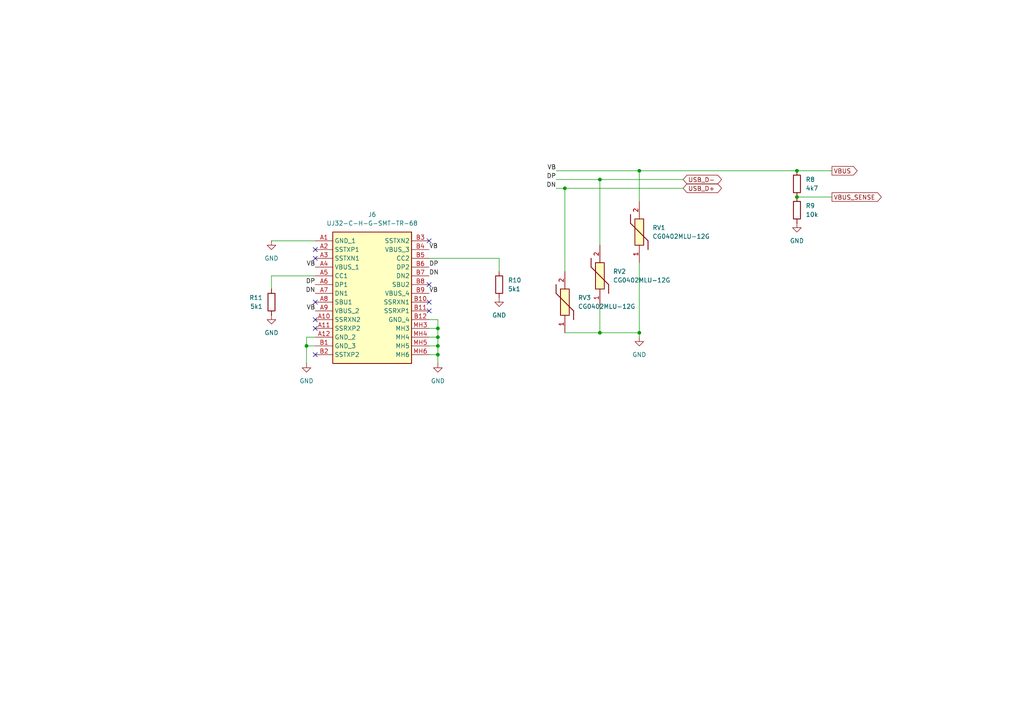
<source format=kicad_sch>
(kicad_sch (version 20250114) (generator "eeschema") (generator_version "9.0")
  (paper "A4")
  (lib_symbols
    (symbol "Device:R" (pin_numbers (hide yes)) (pin_names (offset 0))
      (property "Reference" "R" (at 2.032 0 90))
      (property "Value" "R" (at 0 0 90))
      (symbol "R_0_1"
        (rectangle (start -1.016 -2.54) (end 1.016 2.54) (stroke (width 0.254)))
      )
      (symbol "R_1_1"
        (pin passive line (at 0 3.81 270) (length 1.27) (name "~") (number "1"))
        (pin passive line (at 0 -3.81 90) (length 1.27) (name "~") (number "2"))
      )
    )
    (symbol "GND_1" (power) (pin_numbers (hide yes)) (pin_names (offset 0) (hide yes))
      (property "Value" "GND" (at 0 -3.81 0))
      (symbol "GND_1_0_1"
        (polyline (pts (xy 0 0) (xy 0 -1.27) (xy 1.27 -1.27) (xy 0 -2.54) (xy -1.27 -1.27) (xy 0 -1.27)))
      )
      (symbol "GND_1_1_1"
        (pin power_in line (at 0 0 270) (length 0) (name "~") (number "1"))
      )
    )
    (symbol "library:CG0402MLU-12G" (pin_names (hide yes))
      (property "Reference" "RV" (at 13.97 6.35 0))
      (property "Value" "CG0402MLU-12G" (at 13.97 3.81 0))
      (symbol "CG0402MLU-12G_1_1"
        (polyline (pts (xy 3.81 -2.54) (xy 6.35 -2.54)) (stroke (width 0.254)))
        (rectangle (start 5.08 1.27) (end 12.7 -1.27) (stroke (width 0.254)) (fill (type background)))
        (polyline (pts (xy 11.43 2.54) (xy 6.35 -2.54)) (stroke (width 0.254)))
        (polyline (pts (xy 11.43 2.54) (xy 13.97 2.54)) (stroke (width 0.254)))
        (pin passive line (at 0 0 0) (length 5.08) (name "1") (number "1"))
        (pin passive line (at 17.78 0 180) (length 5.08) (name "2") (number "2"))
      )
    )
    (symbol "library:UJ32-C-H-G-SMT-TR-68"
      (property "Reference" "J" (at 29.21 7.62 0))
      (property "Value" "UJ32-C-H-G-SMT-TR-68" (at 29.21 5.08 0))
      (symbol "UJ32-C-H-G-SMT-TR-68_1_1"
        (rectangle (start 5.08 2.54) (end 27.94 -35.56) (stroke (width 0.254)) (fill (type background)))
        (pin passive line (at 0 0 0) (length 5.08) (name "GND_1") (number "A1"))
        (pin passive line (at 0 -2.54 0) (length 5.08) (name "SSTXP1") (number "A2"))
        (pin passive line (at 0 -5.08 0) (length 5.08) (name "SSTXN1") (number "A3"))
        (pin passive line (at 0 -7.62 0) (length 5.08) (name "VBUS_1") (number "A4"))
        (pin passive line (at 0 -10.16 0) (length 5.08) (name "CC1") (number "A5"))
        (pin passive line (at 0 -12.7 0) (length 5.08) (name "DP1") (number "A6"))
        (pin passive line (at 0 -15.24 0) (length 5.08) (name "DN1") (number "A7"))
        (pin passive line (at 0 -17.78 0) (length 5.08) (name "SBU1") (number "A8"))
        (pin passive line (at 0 -20.32 0) (length 5.08) (name "VBUS_2") (number "A9"))
        (pin passive line (at 0 -22.86 0) (length 5.08) (name "SSRXN2") (number "A10"))
        (pin passive line (at 0 -25.4 0) (length 5.08) (name "SSRXP2") (number "A11"))
        (pin passive line (at 0 -27.94 0) (length 5.08) (name "GND_2") (number "A12"))
        (pin passive line (at 0 -30.48 0) (length 5.08) (name "GND_3") (number "B1"))
        (pin passive line (at 0 -33.02 0) (length 5.08) (name "SSTXP2") (number "B2"))
        (pin passive line (at 33.02 0 180) (length 5.08) (name "SSTXN2") (number "B3"))
        (pin passive line (at 33.02 -2.54 180) (length 5.08) (name "VBUS_3") (number "B4"))
        (pin passive line (at 33.02 -5.08 180) (length 5.08) (name "CC2") (number "B5"))
        (pin passive line (at 33.02 -7.62 180) (length 5.08) (name "DP2") (number "B6"))
        (pin passive line (at 33.02 -10.16 180) (length 5.08) (name "DN2") (number "B7"))
        (pin passive line (at 33.02 -12.7 180) (length 5.08) (name "SBU2") (number "B8"))
        (pin passive line (at 33.02 -15.24 180) (length 5.08) (name "VBUS_4") (number "B9"))
        (pin passive line (at 33.02 -17.78 180) (length 5.08) (name "SSRXN1") (number "B10"))
        (pin passive line (at 33.02 -20.32 180) (length 5.08) (name "SSRXP1") (number "B11"))
        (pin passive line (at 33.02 -22.86 180) (length 5.08) (name "GND_4") (number "B12"))
        (pin passive line (at 33.02 -25.4 180) (length 5.08) (name "MH3") (number "MH3"))
        (pin passive line (at 33.02 -27.94 180) (length 5.08) (name "MH4") (number "MH4"))
        (pin passive line (at 33.02 -30.48 180) (length 5.08) (name "MH5") (number "MH5"))
        (pin passive line (at 33.02 -33.02 180) (length 5.08) (name "MH6") (number "MH6"))
      )
    )
  )
  (junction (at 231.14 49.53))
  (junction (at 127 97.79))
  (junction (at 127 100.33))
  (junction (at 185.42 49.53))
  (junction (at 173.99 52.07))
  (junction (at 163.83 54.61))
  (junction (at 127 102.87))
  (junction (at 173.99 96.52))
  (junction (at 231.14 57.15))
  (junction (at 127 95.25))
  (junction (at 88.9 100.33))
  (junction (at 185.42 96.52))
  (no_connect (at 91.44 72.39))
  (no_connect (at 91.44 92.71))
  (no_connect (at 124.46 69.85))
  (no_connect (at 91.44 95.25))
  (no_connect (at 124.46 90.17))
  (no_connect (at 91.44 74.93))
  (no_connect (at 124.46 82.55))
  (no_connect (at 91.44 102.87))
  (no_connect (at 124.46 87.63))
  (no_connect (at 91.44 87.63))
  (wire (pts (xy 78.74 80.01) (xy 78.74 83.82)))
  (wire (pts (xy 173.99 96.52) (xy 185.42 96.52)))
  (wire (pts (xy 185.42 76.2) (xy 185.42 96.52)))
  (wire (pts (xy 173.99 52.07) (xy 173.99 71.12)))
  (wire (pts (xy 173.99 88.9) (xy 173.99 96.52)))
  (wire (pts (xy 127 95.25) (xy 124.46 95.25)))
  (wire (pts (xy 144.78 74.93) (xy 144.78 78.74)))
  (wire (pts (xy 127 97.79) (xy 127 100.33)))
  (wire (pts (xy 127 95.25) (xy 127 97.79)))
  (wire (pts (xy 127 97.79) (xy 124.46 97.79)))
  (wire (pts (xy 161.29 52.07) (xy 173.99 52.07)))
  (wire (pts (xy 231.14 49.53) (xy 241.3 49.53)))
  (wire (pts (xy 127 100.33) (xy 127 102.87)))
  (wire (pts (xy 127 102.87) (xy 124.46 102.87)))
  (wire (pts (xy 185.42 96.52) (xy 185.42 97.79)))
  (wire (pts (xy 173.99 52.07) (xy 198.12 52.07)))
  (wire (pts (xy 91.44 100.33) (xy 88.9 100.33)))
  (wire (pts (xy 185.42 49.53) (xy 231.14 49.53)))
  (wire (pts (xy 88.9 97.79) (xy 88.9 100.33)))
  (wire (pts (xy 127 92.71) (xy 127 95.25)))
  (wire (pts (xy 163.83 54.61) (xy 163.83 78.74)))
  (wire (pts (xy 127 92.71) (xy 124.46 92.71)))
  (wire (pts (xy 88.9 100.33) (xy 88.9 105.41)))
  (wire (pts (xy 161.29 54.61) (xy 163.83 54.61)))
  (wire (pts (xy 124.46 74.93) (xy 144.78 74.93)))
  (wire (pts (xy 78.74 80.01) (xy 91.44 80.01)))
  (wire (pts (xy 127 102.87) (xy 127 105.41)))
  (wire (pts (xy 185.42 49.53) (xy 185.42 58.42)))
  (wire (pts (xy 231.14 57.15) (xy 241.3 57.15)))
  (wire (pts (xy 163.83 96.52) (xy 173.99 96.52)))
  (wire (pts (xy 161.29 49.53) (xy 185.42 49.53)))
  (wire (pts (xy 91.44 97.79) (xy 88.9 97.79)))
  (wire (pts (xy 127 100.33) (xy 124.46 100.33)))
  (wire (pts (xy 163.83 54.61) (xy 198.12 54.61)))
  (wire (pts (xy 91.44 69.85) (xy 78.74 69.85)))
  (label "DN" (at 124.46 80.01 0))
  (label "DP" (at 91.44 82.55 180))
  (label "DN" (at 91.44 85.09 180))
  (label "VB" (at 124.46 72.39 0))
  (label "VB" (at 91.44 90.17 180))
  (label "DP" (at 161.29 52.07 180))
  (label "DP" (at 124.46 77.47 0))
  (label "DN" (at 161.29 54.61 180))
  (label "VB" (at 91.44 77.47 180))
  (label "VB" (at 161.29 49.53 180))
  (label "VB" (at 124.46 85.09 0))
  (global_label "USB_D+" (shape bidirectional) (at 198.12 54.61 0) (property "Intersheetrefs" "${INTERSHEET_REFS}" (effects (hide yes))))
  (global_label "VBUS_SENSE" (shape output) (at 241.3 57.15 0) (property "Intersheetrefs" "${INTERSHEET_REFS}" (effects (hide yes))))
  (global_label "USB_D-" (shape bidirectional) (at 198.12 52.07 0) (property "Intersheetrefs" "${INTERSHEET_REFS}" (effects (hide yes))))
  (global_label "VBUS" (shape output) (at 241.3 49.53 0) (property "Intersheetrefs" "${INTERSHEET_REFS}" (effects (hide yes))))
  (symbol (lib_id "Device:R") (at 78.74 87.63 0) (mirror y) (unit 1)
    (property "Reference" "R11" (at 76.2 86.36 0) (effects (justify left)))
    (property "Value" "5k1" (at 76.2 88.9 0) (effects (justify left)))
    (property "Footprint" "Resistor_SMD:R_0603_1608Metric_Pad0.98x0.95mm_HandSolder" (effects (hide yes)))
  )
  (symbol (lib_id "library:CG0402MLU-12G") (at 163.83 96.52 90) (unit 1)
    (property "Reference" "RV3" (at 167.64 86.3599 90) (effects (justify right)))
    (property "Value" "CG0402MLU-12G" (at 167.64 88.8999 90) (effects (justify right)))
    (property "Footprint" "library:VARC1005X41N" (effects (hide yes)))
    (property "Datasheet" "https://bourns.com/docs/product-datasheets/mlu.pdf?sfvrsn=1940d498_27" (effects (hide yes)))
    (property "Description" "ESD Suppressors / TVS Diodes CHIP GUARD 12VOLT" (effects (hide yes)))
    (property "Height" "0.41" (effects (hide yes)))
    (property "Manufacturer_Name" "Bourns" (effects (hide yes)))
    (property "Manufacturer_Part_Number" "CG0402MLU-12G" (effects (hide yes)))
    (property "Mouser Part Number" "652-CG0402MLU-12G" (effects (hide yes)))
    (property "Mouser Price/Stock" "https://www.mouser.co.uk/ProductDetail/Bourns/CG0402MLU-12G?qs=m8myXnDJXpUNz33UIHxVhA%3D%3D" (effects (hide yes)))
    (property "Arrow Part Number" "CG0402MLU-12G" (effects (hide yes)))
    (property "Arrow Price/Stock" "https://www.arrow.com/en/products/cg0402mlu-12g/bourns?utm_currency=USD&region=nac" (effects (hide yes)))
  )
  (symbol (lib_name "GND_1") (lib_id "power:GND") (at 185.42 97.79 0) (unit 1)
    (property "Reference" "#PWR029" (effects (hide yes)))
    (property "Value" "GND" (at 185.42 102.87 0))
    (property "Description" "Power symbol creates a global label with name \"GND\" , ground" (effects (hide yes)))
  )
  (symbol (lib_name "GND_1") (lib_id "power:GND") (at 88.9 105.41 0) (unit 1)
    (property "Reference" "#PWR030" (effects (hide yes)))
    (property "Value" "GND" (at 88.9 110.49 0))
    (property "Description" "Power symbol creates a global label with name \"GND\" , ground" (effects (hide yes)))
  )
  (symbol (lib_name "GND_1") (lib_id "power:GND") (at 231.14 64.77 0) (unit 1)
    (property "Reference" "#PWR025" (effects (hide yes)))
    (property "Value" "GND" (at 231.14 69.85 0))
    (property "Description" "Power symbol creates a global label with name \"GND\" , ground" (effects (hide yes)))
  )
  (symbol (lib_name "GND_1") (lib_id "power:GND") (at 144.78 86.36 0) (unit 1)
    (property "Reference" "#PWR027" (effects (hide yes)))
    (property "Value" "GND" (at 144.78 91.44 0))
    (property "Description" "Power symbol creates a global label with name \"GND\" , ground" (effects (hide yes)))
  )
  (symbol (lib_id "Device:R") (at 231.14 53.34 0) (unit 1)
    (property "Reference" "R8" (at 233.68 52.07 0) (effects (justify left)))
    (property "Value" "4k7" (at 233.68 54.61 0) (effects (justify left)))
    (property "Footprint" "Resistor_SMD:R_0603_1608Metric_Pad0.98x0.95mm_HandSolder" (effects (hide yes)))
  )
  (symbol (lib_id "library:UJ32-C-H-G-SMT-TR-68") (at 91.44 69.85 0) (unit 1)
    (property "Reference" "J6" (at 107.95 62.23 0))
    (property "Value" "UJ32-C-H-G-SMT-TR-68" (at 107.95 64.77 0))
    (property "Footprint" "library:UJ32CHGSMTTR68" (effects (hide yes)))
    (property "Datasheet" "https://www.sameskydevices.com/product/resource/uj32-c-h-g-smt-tr-68.pdf" (effects (hide yes)))
    (property "Description" "Type C, USB 3.2 Gen 2x2, 20 Gbps, 20 Vac, 5 A, Right Angle, Gold Flash, Surface Mount, Black Insulator, IP68, USB Receptacle" (effects (hide yes)))
    (property "Height" "4.06" (effects (hide yes)))
    (property "Manufacturer_Name" "Same Sky" (effects (hide yes)))
    (property "Manufacturer_Part_Number" "UJ32-C-H-G-SMT-TR-68" (effects (hide yes)))
    (property "Mouser Part Number" "179-UJ32CHGSMTTR68" (effects (hide yes)))
    (property "Mouser Price/Stock" "https://www.mouser.co.uk/ProductDetail/CUI-Devices/UJ32-C-H-G-SMT-TR-68?qs=vvQtp7zwQdOzG7AFy7LR1g%3D%3D" (effects (hide yes)))
    (property "Arrow Part Number" "UJ32-C-H-G-SMT-TR-68" (effects (hide yes)))
    (property "Arrow Price/Stock" "https://www.arrow.com/en/products/uj32-c-h-g-smt-tr-68/cui-devices?region=europe" (effects (hide yes)))
  )
  (symbol (lib_name "GND_1") (lib_id "power:GND") (at 127 105.41 0) (unit 1)
    (property "Reference" "#PWR031" (effects (hide yes)))
    (property "Value" "GND" (at 127 110.49 0))
    (property "Description" "Power symbol creates a global label with name \"GND\" , ground" (effects (hide yes)))
  )
  (symbol (lib_id "Device:R") (at 231.14 60.96 0) (unit 1)
    (property "Reference" "R9" (at 233.68 59.69 0) (effects (justify left)))
    (property "Value" "10k" (at 233.68 62.23 0) (effects (justify left)))
    (property "Footprint" "Resistor_SMD:R_0603_1608Metric_Pad0.98x0.95mm_HandSolder" (effects (hide yes)))
  )
  (symbol (lib_id "library:CG0402MLU-12G") (at 185.42 76.2 90) (unit 1)
    (property "Reference" "RV1" (at 189.23 66.0399 90) (effects (justify right)))
    (property "Value" "CG0402MLU-12G" (at 189.23 68.5799 90) (effects (justify right)))
    (property "Footprint" "library:VARC1005X41N" (effects (hide yes)))
    (property "Datasheet" "https://bourns.com/docs/product-datasheets/mlu.pdf?sfvrsn=1940d498_27" (effects (hide yes)))
    (property "Description" "ESD Suppressors / TVS Diodes CHIP GUARD 12VOLT" (effects (hide yes)))
    (property "Height" "0.41" (effects (hide yes)))
    (property "Manufacturer_Name" "Bourns" (effects (hide yes)))
    (property "Manufacturer_Part_Number" "CG0402MLU-12G" (effects (hide yes)))
    (property "Mouser Part Number" "652-CG0402MLU-12G" (effects (hide yes)))
    (property "Mouser Price/Stock" "https://www.mouser.co.uk/ProductDetail/Bourns/CG0402MLU-12G?qs=m8myXnDJXpUNz33UIHxVhA%3D%3D" (effects (hide yes)))
    (property "Arrow Part Number" "CG0402MLU-12G" (effects (hide yes)))
    (property "Arrow Price/Stock" "https://www.arrow.com/en/products/cg0402mlu-12g/bourns?utm_currency=USD&region=nac" (effects (hide yes)))
  )
  (symbol (lib_name "GND_1") (lib_id "power:GND") (at 78.74 91.44 0) (unit 1)
    (property "Reference" "#PWR028" (effects (hide yes)))
    (property "Value" "GND" (at 78.74 96.52 0))
    (property "Description" "Power symbol creates a global label with name \"GND\" , ground" (effects (hide yes)))
  )
  (symbol (lib_id "library:CG0402MLU-12G") (at 173.99 88.9 90) (unit 1)
    (property "Reference" "RV2" (at 177.8 78.7399 90) (effects (justify right)))
    (property "Value" "CG0402MLU-12G" (at 177.8 81.2799 90) (effects (justify right)))
    (property "Footprint" "library:VARC1005X41N" (effects (hide yes)))
    (property "Datasheet" "https://bourns.com/docs/product-datasheets/mlu.pdf?sfvrsn=1940d498_27" (effects (hide yes)))
    (property "Description" "ESD Suppressors / TVS Diodes CHIP GUARD 12VOLT" (effects (hide yes)))
    (property "Height" "0.41" (effects (hide yes)))
    (property "Manufacturer_Name" "Bourns" (effects (hide yes)))
    (property "Manufacturer_Part_Number" "CG0402MLU-12G" (effects (hide yes)))
    (property "Mouser Part Number" "652-CG0402MLU-12G" (effects (hide yes)))
    (property "Mouser Price/Stock" "https://www.mouser.co.uk/ProductDetail/Bourns/CG0402MLU-12G?qs=m8myXnDJXpUNz33UIHxVhA%3D%3D" (effects (hide yes)))
    (property "Arrow Part Number" "CG0402MLU-12G" (effects (hide yes)))
    (property "Arrow Price/Stock" "https://www.arrow.com/en/products/cg0402mlu-12g/bourns?utm_currency=USD&region=nac" (effects (hide yes)))
  )
  (symbol (lib_name "GND_1") (lib_id "power:GND") (at 78.74 69.85 0) (unit 1)
    (property "Reference" "#PWR026" (effects (hide yes)))
    (property "Value" "GND" (at 78.74 74.93 0))
    (property "Description" "Power symbol creates a global label with name \"GND\" , ground" (effects (hide yes)))
  )
  (symbol (lib_id "Device:R") (at 144.78 82.55 0) (unit 1)
    (property "Reference" "R10" (at 147.32 81.28 0) (effects (justify left)))
    (property "Value" "5k1" (at 147.32 83.82 0) (effects (justify left)))
    (property "Footprint" "Resistor_SMD:R_0603_1608Metric_Pad0.98x0.95mm_HandSolder" (effects (hide yes)))
  )
)
</source>
